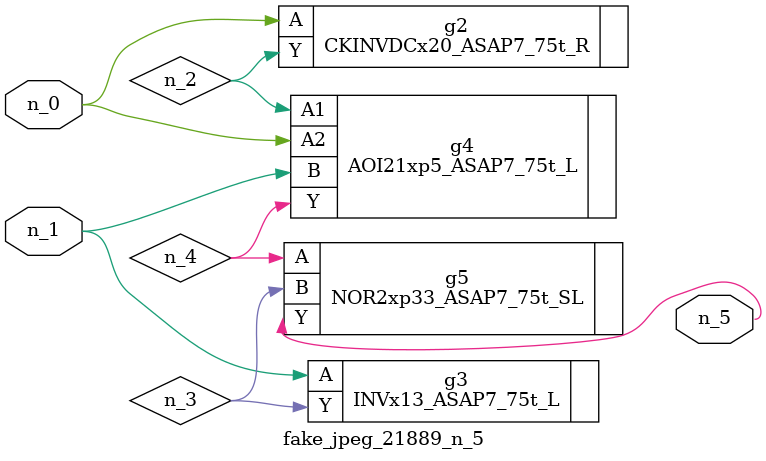
<source format=v>
module fake_jpeg_21889_n_5 (n_0, n_1, n_5);

input n_0;
input n_1;

output n_5;

wire n_3;
wire n_2;
wire n_4;

CKINVDCx20_ASAP7_75t_R g2 ( 
.A(n_0),
.Y(n_2)
);

INVx13_ASAP7_75t_L g3 ( 
.A(n_1),
.Y(n_3)
);

AOI21xp5_ASAP7_75t_L g4 ( 
.A1(n_2),
.A2(n_0),
.B(n_1),
.Y(n_4)
);

NOR2xp33_ASAP7_75t_SL g5 ( 
.A(n_4),
.B(n_3),
.Y(n_5)
);


endmodule
</source>
